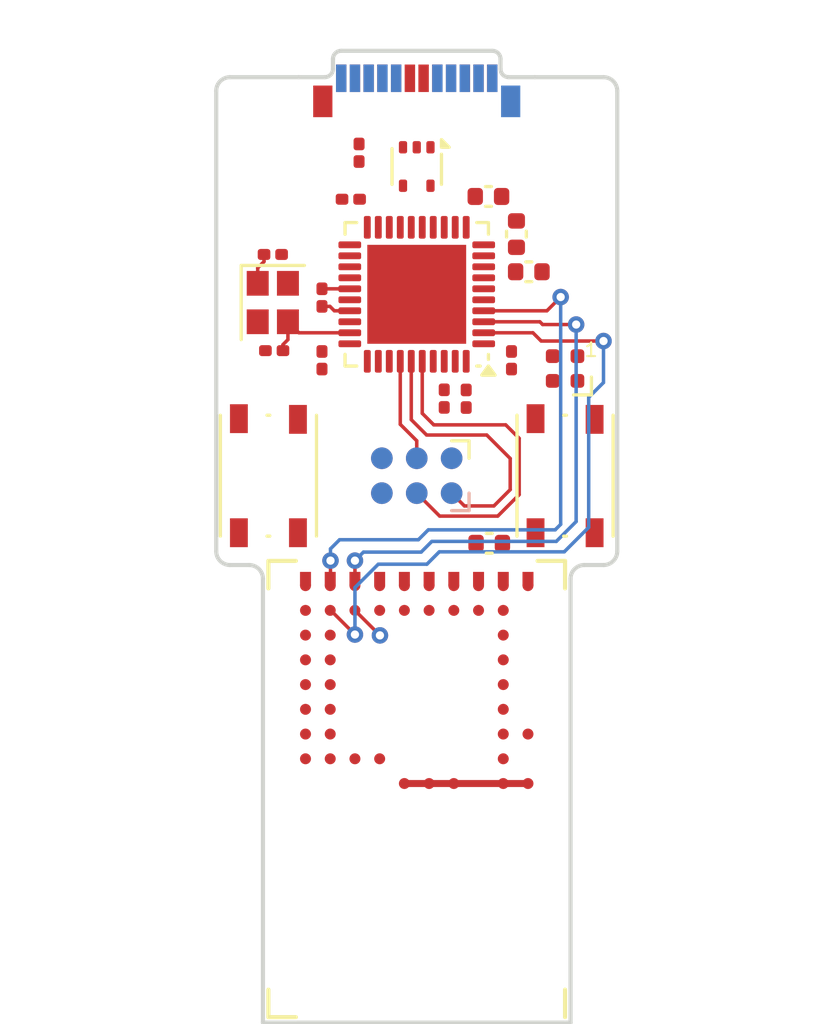
<source format=kicad_pcb>
(kicad_pcb (version 20240703) (generator "pcbnew") (generator_version "8.99")
  (layers (0 "F.Cu" signal) (1 "In1.Cu" signal) (2 "In2.Cu" signal) (3 "In3.Cu" signal) (4 "In4.Cu" signal) (31 "B.Cu" signal) (34 "B.Paste" user) (35 "F.Paste" user) (36 "B.SilkS" user "B.Silkscreen") (37 "F.SilkS" user "F.Silkscreen") (38 "B.Mask" user) (39 "F.Mask" user) (44 "Edge.Cuts" user))
  (net 0 "")
  (net 1 "GND")
  (net 2 "VDD")
  (net 14 "Net-(U2-DECUSB)")
  (net 15 "/DEC4_6")
  (net 16 "Net-(U2-DEC3)")
  (net 17 "Net-(U2-DEC1)")
  (net 18 "Net-(C17-Pad1)")
  (net 21 "Net-(U2-XC1)")
  (net 22 "Net-(U2-XC2)")
  (net 24 "Net-(J2-SWCLK)")
  (net 25 "Net-(J2-SWDIO)")
  (net 26 "Net-(J2-~{RESET})")
  (net 27 "/SPI_MISO")
  (net 28 "/SPI_SCK")
  (net 29 "/SPI_MOSI")
  (net 30 "/D-")
  (net 31 "/D+")
  (net 32 "Net-(C1-Pad1)")
  (net 33 "VBUS")
  (net 34 "/UART_TX")
  (net 35 "/UART_RX")
  (net 42 "Net-(U4-P1.04{slash}AIN0)")
  (net 52 "Net-(D2-DOUT)")
  (net 62 "Net-(P1-CC)")
  (net 63 "/TRG_~{RESET}")
  (net 64 "/TRG_SWDCLK")
  (net 65 "/TRG_SWDIO")
  (footprint "PCM_nordic-lib-kicad-nrf54-modules:BM15x-LGA-45_15.8x10mm" (layer "F.Cu") (at 170 92.9 180)
    (property "Reference" "U4" (hide yes))
    (property "Value" "BM15x")
    (fp_line (start 5.4 8.3) (end 4.4 8.3) (stroke (width 0.15)) (layer "F.SilkS"))
    (fp_line (start 5.4 7.3) (end 5.4 8.3) (stroke (width 0.15)) (layer "F.SilkS"))
    (fp_line (start 5.4 -8.3) (end 5.4 -7.3) (stroke (width 0.15)) (layer "F.SilkS"))
    (fp_line (start 4.4 -8.3) (end 5.4 -8.3) (stroke (width 0.15)) (layer "F.SilkS"))
    (fp_line (start -5.4 8.3) (end -4.4 8.3) (stroke (width 0.15)) (layer "F.SilkS"))
    (fp_line (start -5.4 7.3) (end -5.4 8.3) (stroke (width 0.15)) (layer "F.SilkS"))
    (fp_line (start -5.4 -7.3) (end -5.4 -8.3) (stroke (width 0.15)) (layer "F.SilkS"))
    (pad "A1" smd circle (at -4.05 0.2 180) (size 0.4 0.4) (layers "F.Cu" "F.Paste" "F.Mask") (net 1 "GND"))
    (pad "A3" smd circle (at -4.05 2 180) (size 0.4 0.4) (layers "F.Cu" "F.Paste" "F.Mask"))
    (pad "A9" smd circle (at -4.05 7.4 180) (size 0.4 0.4) (layers "F.Cu" "F.Paste" "F.Mask") (net 1 "GND"))
    (pad "A9" smd rect (at -4.05 7.65 180) (size 0.4 0.5) (layers "F.Cu" "F.Paste" "F.Mask") (net 1 "GND"))
    (pad "B1" smd circle (at -3.15 0.2 180) (size 0.4 0.4) (layers "F.Cu" "F.Paste" "F.Mask") (net 1 "GND"))
    (pad "B2" smd circle (at -3.15 1.1 180) (size 0.4 0.4) (layers "F.Cu" "F.Paste" "F.Mask"))
    (pad "B3" smd circle (at -3.15 2 180) (size 0.4 0.4) (layers "F.Cu" "F.Paste" "F.Mask") (net 52 "Net-(D2-DOUT)"))
    (pad "B4" smd circle (at -3.15 2.9 180) (size 0.4 0.4) (layers "F.Cu" "F.Paste" "F.Mask"))
    (pad "B5" smd circle (at -3.15 3.8 180) (size 0.4 0.4) (layers "F.Cu" "F.Paste" "F.Mask"))
    (pad "B6" smd circle (at -3.15 4.7 180) (size 0.4 0.4) (layers "F.Cu" "F.Paste" "F.Mask"))
    (pad "B7" smd circle (at -3.15 5.6 180) (size 0.4 0.4) (layers "F.Cu" "F.Paste" "F.Mask") (net 1 "GND"))
    (pad "B8" smd circle (at -3.15 6.5 180) (size 0.4 0.4) (layers "F.Cu" "F.Paste" "F.Mask") (net 32 "Net-(C1-Pad1)"))
    (pad "B9" smd circle (at -3.15 7.4 180) (size 0.4 0.4) (layers "F.Cu" "F.Paste" "F.Mask") (net 1 "GND"))
    (pad "B9" smd rect (at -3.15 7.65 180) (size 0.4 0.5) (layers "F.Cu" "F.Paste" "F.Mask") (net 1 "GND"))
    (pad "C8" smd circle (at -2.25 6.5 180) (size 0.4 0.4) (layers "F.Cu" "F.Paste" "F.Mask") (net 32 "Net-(C1-Pad1)"))
    (pad "C9" smd circle (at -2.25 7.4 180) (size 0.4 0.4) (layers "F.Cu" "F.Paste" "F.Mask"))
    (pad "C9" smd rect (at -2.25 7.65 180) (size 0.4 0.5) (layers "F.Cu" "F.Paste" "F.Mask"))
    (pad "D1" smd circle (at -1.35 0.2 180) (size 0.4 0.4) (layers "F.Cu" "F.Paste" "F.Mask") (net 1 "GND"))
    (pad "D8" smd circle (at -1.35 6.5 180) (size 0.4 0.4) (layers "F.Cu" "F.Paste" "F.Mask"))
    (pad "D9" smd circle (at -1.35 7.4 180) (size 0.4 0.4) (layers "F.Cu" "F.Paste" "F.Mask"))
    (pad "D9" smd rect (at -1.35 7.65 180) (size 0.4 0.5) (layers "F.Cu" "F.Paste" "F.Mask"))
    (pad "E1" smd circle (at -0.45 0.2 180) (size 0.4 0.4) (layers "F.Cu" "F.Paste" "F.Mask") (net 1 "GND"))
    (pad "E8" smd circle (at -0.45 6.5 180) (size 0.4 0.4) (layers "F.Cu" "F.Paste" "F.Mask"))
    (pad "E9" smd circle (at -0.45 7.4 180) (size 0.4 0.4) (layers "F.Cu" "F.Paste" "F.Mask") (net 42 "Net-(U4-P1.04{slash}AIN0)"))
    (pad "E9" smd rect (at -0.45 7.65 180) (size 0.4 0.5) (layers "F.Cu" "F.Paste" "F.Mask") (net 42 "Net-(U4-P1.04{slash}AIN0)"))
    (pad "F1" smd circle (at 0.45 0.2 180) (size 0.4 0.4) (layers "F.Cu" "F.Paste" "F.Mask") (net 1 "GND"))
    (pad "F8" smd circle (at 0.45 6.5 180) (size 0.4 0.4) (layers "F.Cu" "F.Paste" "F.Mask"))
    (pad "F9" smd circle (at 0.45 7.4 180) (size 0.4 0.4) (layers "F.Cu" "F.Paste" "F.Mask"))
    (pad "F9" smd rect (at 0.45 7.65 180) (size 0.4 0.5) (layers "F.Cu" "F.Paste" "F.Mask"))
    (pad "G2" smd circle (at 1.35 1.1 180) (size 0.4 0.4) (layers "F.Cu" "F.Paste" "F.Mask") (net 63 "/TRG_~{RESET}"))
    (pad "G8" smd circle (at 1.35 6.5 180) (size 0.4 0.4) (layers "F.Cu" "F.Paste" "F.Mask"))
    (pad "G9" smd circle (at 1.35 7.4 180) (size 0.4 0.4) (layers "F.Cu" "F.Paste" "F.Mask"))
    (pad "G9" smd rect (at 1.35 7.65 180) (size 0.4 0.5) (layers "F.Cu" "F.Paste" "F.Mask"))
    (pad "H2" smd circle (at 2.25 1.1 180) (size 0.4 0.4) (layers "F.Cu" "F.Paste" "F.Mask"))
    (pad "H8" smd circle (at 2.25 6.5 180) (size 0.4 0.4) (layers "F.Cu" "F.Paste" "F.Mask") (net 1 "GND"))
    (pad "H9" smd circle (at 2.25 7.4 180) (size 0.4 0.4) (layers "F.Cu" "F.Paste" "F.Mask") (net 27 "/SPI_MISO"))
    (pad "H9" smd rect (at 2.25 7.65 180) (size 0.4 0.5) (layers "F.Cu" "F.Paste" "F.Mask") (net 27 "/SPI_MISO"))
    (pad "J2" smd circle (at 3.15 1.1 180) (size 0.4 0.4) (layers "F.Cu" "F.Paste" "F.Mask"))
    (pad "J3" smd circle (at 3.15 2 180) (size 0.4 0.4) (layers "F.Cu" "F.Paste" "F.Mask") (net 65 "/TRG_SWDIO"))
    (pad "J4" smd circle (at 3.15 2.9 180) (size 0.4 0.4) (layers "F.Cu" "F.Paste" "F.Mask") (net 34 "/UART_TX"))
    (pad "J5" smd circle (at 3.15 3.8 180) (size 0.4 0.4) (layers "F.Cu" "F.Paste" "F.Mask"))
    (pad "J6" smd circle (at 3.15 4.7 180) (size 0.4 0.4) (layers "F.Cu" "F.Paste" "F.Mask"))
    (pad "J7" smd circle (at 3.15 5.6 180) (size 0.4 0.4) (layers "F.Cu" "F.Paste" "F.Mask"))
    (pad "J8" smd circle (at 3.15 6.5 180) (size 0.4 0.4) (layers "F.Cu" "F.Paste" "F.Mask") (net 29 "/SPI_MOSI"))
    (pad "J9" smd circle (at 3.15 7.4 180) (size 0.4 0.4) (layers "F.Cu" "F.Paste" "F.Mask") (net 28 "/SPI_SCK"))
    (pad "J9" smd rect (at 3.15 7.65 180) (size 0.4 0.5) (layers "F.Cu" "F.Paste" "F.Mask") (net 28 "/SPI_SCK"))
    (pad "K2" smd circle (at 4.05 1.1 180) (size 0.4 0.4) (layers "F.Cu" "F.Paste" "F.Mask"))
    (pad "K3" smd circle (at 4.05 2 180) (size 0.4 0.4) (layers "F.Cu" "F.Paste" "F.Mask") (net 64 "/TRG_SWDCLK"))
    (pad "K4" smd circle (at 4.05 2.9 180) (size 0.4 0.4) (layers "F.Cu" "F.Paste" "F.Mask") (net 35 "/UART_RX"))
    (pad "K5" smd circle (at 4.05 3.8 180) (size 0.4 0.4) (layers "F.Cu" "F.Paste" "F.Mask"))
    (pad "K6" smd circle (at 4.05 4.7 180) (size 0.4 0.4) (layers "F.Cu" "F.Paste" "F.Mask"))
    (pad "K7" smd circle (at 4.05 5.6 180) (size 0.4 0.4) (layers "F.Cu" "F.Paste" "F.Mask"))
    (pad "K8" smd circle (at 4.05 6.5 180) (size 0.4 0.4) (layers "F.Cu" "F.Paste" "F.Mask"))
    (pad "K9" smd circle (at 4.05 7.4 180) (size 0.4 0.4) (layers "F.Cu" "F.Paste" "F.Mask"))
    (pad "K9" smd rect (at 4.05 7.65 180) (size 0.4 0.5) (layers "F.Cu" "F.Paste" "F.Mask"))
  )
  (footprint "Connector:Tag-Connect_TC2030-IDC-NL_2x03_P1.27mm_Vertical" (layer "F.Cu") (at 170 81.5 180)
    (property "Reference" "J1" (hide yes))
    (property "Value" "Conn_ARM_SWD_TagConnect_TC2030-NL")
    (fp_line (start -1.27 1.27) (end -1.905 1.27) (stroke (width 0.12)) (layer "F.SilkS"))
    (fp_line (start -1.905 1.27) (end -1.905 0.635) (stroke (width 0.12)) (layer "F.SilkS"))
    (pad "" np_thru_hole circle (at -2.54 0 180) (size 0.9906 0.9906) (drill 0.9906) (layers "*.Cu" "*.Mask"))
    (pad "" np_thru_hole circle (at 2.54 -1.016 180) (size 0.9906 0.9906) (drill 0.9906) (layers "*.Cu" "*.Mask"))
    (pad "" np_thru_hole circle (at 2.54 1.016 180) (size 0.9906 0.9906) (drill 0.9906) (layers "*.Cu" "*.Mask"))
    (pad "1" connect circle (at -1.27 0.635 180) (size 0.7874 0.7874) (layers "F.Cu" "F.Mask") (net 2 "VDD"))
    (pad "2" connect circle (at -1.27 -0.635 180) (size 0.7874 0.7874) (layers "F.Cu" "F.Mask") (net 65 "/TRG_SWDIO"))
    (pad "3" connect circle (at 0 0.635 180) (size 0.7874 0.7874) (layers "F.Cu" "F.Mask") (net 63 "/TRG_~{RESET}"))
    (pad "4" connect circle (at 0 -0.635 180) (size 0.7874 0.7874) (layers "F.Cu" "F.Mask") (net 64 "/TRG_SWDCLK"))
    (pad "5" connect circle (at 1.27 0.635 180) (size 0.7874 0.7874) (layers "F.Cu" "F.Mask") (net 1 "GND"))
    (pad "6" connect circle (at 1.27 -0.635 180) (size 0.7874 0.7874) (layers "F.Cu" "F.Mask"))
  )
  (footprint "Capacitor_SMD:C_0201_0603Metric" (layer "F.Cu") (at 164.76 73.45 180)
    (property "Reference" "C23" (hide yes))
    (property "Value" "12pF")
    (pad "1" smd roundrect (at -0.32 0 180) (size 0.46 0.4) (layers "F.Cu" "F.Mask") (net 1 "GND"))
    (pad "2" smd roundrect (at 0.32 0 180) (size 0.46 0.4) (layers "F.Cu" "F.Mask") (net 21 "Net-(U2-XC1)"))
  )
  (footprint "Button_Switch_SMD:SW_Push_1P1T_NO_Vertical_Wuerth_434133025816" (layer "F.Cu") (at 164.6 81.5 90)
    (property "Reference" "SW2" (hide yes))
    (property "Value" "SW_Push")
    (fp_line (start 2.2 -1.75) (end -2.2 -1.75) (stroke (width 0.12)) (layer "F.SilkS"))
    (fp_line (start 2.2 0.05) (end 2.2 -0.05) (stroke (width 0.12)) (layer "F.SilkS"))
    (fp_line (start -2.2 0.05) (end -2.2 -0.05) (stroke (width 0.12)) (layer "F.SilkS"))
    (fp_line (start -2.2 1.75) (end 2.2 1.75) (stroke (width 0.12)) (layer "F.SilkS"))
    (pad "1" smd rect (at -2.075 -1.075 90) (size 1.05 0.65) (layers "F.Cu" "F.Paste" "F.Mask") (net 63 "/TRG_~{RESET}"))
    (pad "1" smd rect (at 2.075 -1.075 90) (size 1.05 0.65) (layers "F.Cu" "F.Paste" "F.Mask") (net 63 "/TRG_~{RESET}"))
    (pad "2" smd rect (at -2.075 1.075 90) (size 1.05 0.65) (layers "F.Cu" "F.Paste" "F.Mask") (net 1 "GND"))
    (pad "2" smd rect (at 2.05 1.075 90) (size 1.05 0.65) (layers "F.Cu" "F.Paste" "F.Mask") (net 1 "GND"))
  )
  (footprint "Package_TO_SOT_SMD:SOT-553" (layer "F.Cu") (at 170 70.25 -90)
    (property "Reference" "U1" (hide yes))
    (property "Value" "TPD3E001DRLR")
    (fp_line (start 0.65 0.9) (end -0.65 0.9) (stroke (width 0.12)) (layer "F.SilkS"))
    (fp_line (start 0.65 -0.9) (end -0.45 -0.9) (stroke (width 0.12)) (layer "F.SilkS"))
    (fp_poly (pts (xy -0.7 -0.9) (xy -0.98 -0.9) (xy -0.7 -1.18) (xy -0.7 -0.9)) (stroke (width 0.12)) (fill solid) (layer "F.SilkS"))
    (pad "1" smd roundrect (at -0.7 -0.5 270) (size 0.45 0.3) (layers "F.Cu" "F.Paste" "F.Mask") (net 30 "/D-"))
    (pad "2" smd roundrect (at -0.7 0 270) (size 0.45 0.3) (layers "F.Cu" "F.Paste" "F.Mask") (net 31 "/D+"))
    (pad "3" smd roundrect (at -0.7 0.5 270) (size 0.45 0.3) (layers "F.Cu" "F.Paste" "F.Mask") (net 1 "GND"))
    (pad "4" smd roundrect (at 0.7 0.5 270) (size 0.45 0.3) (layers "F.Cu" "F.Paste" "F.Mask"))
    (pad "5" smd roundrect (at 0.7 -0.5 270) (size 0.45 0.3) (layers "F.Cu" "F.Paste" "F.Mask") (net 33 "VBUS"))
  )
  (footprint "Capacitor_SMD:C_0201_0603Metric" (layer "F.Cu") (at 166.55 75.02 90)
    (property "Reference" "C15" (hide yes))
    (property "Value" "100pF")
    (pad "1" smd roundrect (at -0.32 0 90) (size 0.46 0.4) (layers "F.Cu" "F.Mask") (net 16 "Net-(U2-DEC3)"))
    (pad "2" smd roundrect (at 0.32 0 90) (size 0.46 0.4) (layers "F.Cu" "F.Mask") (net 1 "GND"))
  )
  (footprint "Resistor_SMD:R_0201_0603Metric" (layer "F.Cu") (at 167.9 69.75 -90)
    (property "Reference" "R1" (hide yes))
    (property "Value" "5.1kR")
    (pad "1" smd roundrect (at -0.32 0 270) (size 0.46 0.4) (layers "F.Cu" "F.Mask") (net 62 "Net-(P1-CC)"))
    (pad "2" smd roundrect (at 0.32 0 270) (size 0.46 0.4) (layers "F.Cu" "F.Mask") (net 1 "GND"))
  )
  (footprint "Capacitor_SMD:C_0402_1005Metric" (layer "F.Cu") (at 173.63 72.71 90)
    (property "Reference" "C12" (hide yes))
    (property "Value" "4.7uF")
    (fp_line (start -0.107836 -0.36) (end 0.107836 -0.36) (stroke (width 0.12)) (layer "F.SilkS"))
    (fp_line (start -0.107836 0.36) (end 0.107836 0.36) (stroke (width 0.12)) (layer "F.SilkS"))
    (pad "1" smd roundrect (at -0.48 0 90) (size 0.56 0.62) (layers "F.Cu" "F.Paste" "F.Mask") (net 33 "VBUS"))
    (pad "2" smd roundrect (at 0.48 0 90) (size 0.56 0.62) (layers "F.Cu" "F.Paste" "F.Mask") (net 1 "GND"))
  )
  (footprint "Capacitor_SMD:C_0201_0603Metric" (layer "F.Cu") (at 166.55 77.3 -90)
    (property "Reference" "C20" (hide yes))
    (property "Value" "100nF")
    (pad "1" smd roundrect (at -0.32 0 270) (size 0.46 0.4) (layers "F.Cu" "F.Mask") (net 18 "Net-(C17-Pad1)"))
    (pad "2" smd roundrect (at 0.32 0 270) (size 0.46 0.4) (layers "F.Cu" "F.Mask") (net 1 "GND"))
  )
  (footprint "Button_Switch_SMD:SW_Push_1P1T_NO_Vertical_Wuerth_434133025816" (layer "F.Cu") (at 175.4 81.5 90)
    (property "Reference" "SW1" (hide yes))
    (property "Value" "SW_Push")
    (fp_line (start 2.2 -1.75) (end -2.2 -1.75) (stroke (width 0.12)) (layer "F.SilkS"))
    (fp_line (start 2.2 0.05) (end 2.2 -0.05) (stroke (width 0.12)) (layer "F.SilkS"))
    (fp_line (start -2.2 0.05) (end -2.2 -0.05) (stroke (width 0.12)) (layer "F.SilkS"))
    (fp_line (start -2.2 1.75) (end 2.2 1.75) (stroke (width 0.12)) (layer "F.SilkS"))
    (pad "1" smd rect (at -2.075 -1.075 90) (size 1.05 0.65) (layers "F.Cu" "F.Paste" "F.Mask") (net 1 "GND"))
    (pad "1" smd rect (at 2.075 -1.075 90) (size 1.05 0.65) (layers "F.Cu" "F.Paste" "F.Mask") (net 1 "GND"))
    (pad "2" smd rect (at -2.075 1.075 90) (size 1.05 0.65) (layers "F.Cu" "F.Paste" "F.Mask") (net 42 "Net-(U4-P1.04{slash}AIN0)"))
    (pad "2" smd rect (at 2.05 1.075 90) (size 1.05 0.65) (layers "F.Cu" "F.Paste" "F.Mask") (net 42 "Net-(U4-P1.04{slash}AIN0)"))
  )
  (footprint "Capacitor_SMD:C_0201_0603Metric" (layer "F.Cu") (at 164.81 76.95)
    (property "Reference" "C24" (hide yes))
    (property "Value" "100pF")
    (pad "1" smd roundrect (at -0.32 0) (size 0.46 0.4) (layers "F.Cu" "F.Mask") (net 1 "GND"))
    (pad "2" smd roundrect (at 0.32 0) (size 0.46 0.4) (layers "F.Cu" "F.Mask") (net 22 "Net-(U2-XC2)"))
  )
  (footprint "Capacitor_SMD:C_0201_0603Metric" (layer "F.Cu") (at 171.8 78.7 -90)
    (property "Reference" "C18" (hide yes))
    (property "Value" "1uF")
    (pad "1" smd roundrect (at -0.32 0 270) (size 0.46 0.4) (layers "F.Cu" "F.Mask") (net 18 "Net-(C17-Pad1)"))
    (pad "2" smd roundrect (at 0.32 0 270) (size 0.46 0.4) (layers "F.Cu" "F.Mask") (net 1 "GND"))
  )
  (footprint "Connector_USB:USB_C_Plug_Molex_105444" (layer "F.Cu") (at 170 67)
    (property "Reference" "P1" (hide yes))
    (property "Value" "USB_C_Plug_USB2.0")
    (pad "A1" smd rect (at -2.75 0.04) (size 0.38 1) (layers "F.Cu" "F.Paste" "F.Mask") (net 1 "GND"))
    (pad "A2" smd rect (at -2.25 0.04) (size 0.38 1) (layers "F.Cu" "F.Paste" "F.Mask"))
    (pad "A3" smd rect (at -1.75 0.04) (size 0.38 1) (layers "F.Cu" "F.Paste" "F.Mask"))
    (pad "A4" smd rect (at -1.25 0.04) (size 0.38 1) (layers "F.Cu" "F.Paste" "F.Mask") (net 33 "VBUS"))
    (pad "A5" smd rect (at -0.75 0.04) (size 0.38 1) (layers "F.Cu" "F.Paste" "F.Mask") (net 62 "Net-(P1-CC)"))
    (pad "A6" smd rect (at -0.25 0.04) (size 0.38 1) (layers "F.Cu" "F.Paste" "F.Mask") (net 31 "/D+"))
    (pad "A7" smd rect (at 0.25 0.04) (size 0.38 1) (layers "F.Cu" "F.Paste" "F.Mask") (net 30 "/D-"))
    (pad "A8" smd rect (at 0.75 0.04) (size 0.38 1) (layers "F.Cu" "F.Paste" "F.Mask"))
    (pad "A9" smd rect (at 1.25 0.04) (size 0.38 1) (layers "F.Cu" "F.Paste" "F.Mask") (net 33 "VBUS"))
    (pad "A10" smd rect (at 1.75 0.04) (size 0.38 1) (layers "F.Cu" "F.Paste" "F.Mask"))
    (pad "A11" smd rect (at 2.25 0.04) (size 0.38 1) (layers "F.Cu" "F.Paste" "F.Mask"))
    (pad "A12" smd rect (at 2.75 0.04) (size 0.38 1) (layers "F.Cu" "F.Paste" "F.Mask") (net 1 "GND"))
    (pad "B1" smd rect (at 2.75 0.04) (size 0.38 1) (layers "B.Cu" "B.Paste" "B.Mask") (net 1 "GND"))
    (pad "B2" smd rect (at 2.25 0.04) (size 0.38 1) (layers "B.Cu" "B.Paste" "B.Mask"))
    (pad "B3" smd rect (at 1.75 0.04) (size 0.38 1) (layers "B.Cu" "B.Paste" "B.Mask"))
    (pad "B4" smd rect (at 1.25 0.04) (size 0.38 1) (layers "B.Cu" "B.Paste" "B.Mask") (net 33 "VBUS"))
    (pad "B5" smd rect (at 0.75 0.04) (size 0.38 1) (layers "B.Cu" "B.Paste" "B.Mask"))
    (pad "B8" smd rect (at -0.75 0.04) (size 0.38 1) (layers "B.Cu" "B.Paste" "B.Mask"))
    (pad "B9" smd rect (at -1.25 0.04) (size 0.38 1) (layers "B.Cu" "B.Paste" "B.Mask") (net 33 "VBUS"))
    (pad "B10" smd rect (at -1.75 0.04) (size 0.38 1) (layers "B.Cu" "B.Paste" "B.Mask"))
    (pad "B11" smd rect (at -2.25 0.04) (size 0.38 1) (layers "B.Cu" "B.Paste" "B.Mask"))
    (pad "B12" smd rect (at -2.75 0.04) (size 0.38 1) (layers "B.Cu" "B.Paste" "B.Mask") (net 1 "GND"))
    (pad "S1" smd rect (at -3.42 0.88) (size 0.7 1.15) (layers "F.Cu" "F.Paste" "F.Mask") (net 1 "GND"))
    (pad "S1" smd rect (at 3.42 0.88) (size 0.7 1.15) (layers "B.Cu" "B.Paste" "B.Mask") (net 1 "GND"))
  )
  (footprint "Capacitor_SMD:C_0201_0603Metric" (layer "F.Cu") (at 171 78.695 -90)
    (property "Reference" "C14" (hide yes))
    (property "Value" "1uF")
    (pad "1" smd roundrect (at -0.32 0 270) (size 0.46 0.4) (layers "F.Cu" "F.Mask") (net 15 "/DEC4_6"))
    (pad "2" smd roundrect (at 0.32 0 270) (size 0.46 0.4) (layers "F.Cu" "F.Mask") (net 1 "GND"))
  )
  (footprint "Crystal:Crystal_SMD_2016-4Pin_2.0x1.6mm" (layer "F.Cu") (at 164.76 75.2 -90)
    (property "Reference" "Y3" (hide yes))
    (property "Value" "32MHz")
    (fp_line (start -1.35 1.15) (end 1.35 1.15) (stroke (width 0.12)) (layer "F.SilkS"))
    (fp_line (start -1.35 -1.15) (end -1.35 1.15) (stroke (width 0.12)) (layer "F.SilkS"))
    (pad "1" smd rect (at -0.7 0.55 270) (size 0.9 0.8) (layers "F.Cu" "F.Paste" "F.Mask") (net 21 "Net-(U2-XC1)"))
    (pad "2" smd rect (at 0.7 0.55 270) (size 0.9 0.8) (layers "F.Cu" "F.Paste" "F.Mask") (net 1 "GND"))
    (pad "3" smd rect (at 0.7 -0.55 270) (size 0.9 0.8) (layers "F.Cu" "F.Paste" "F.Mask") (net 22 "Net-(U2-XC2)"))
    (pad "4" smd rect (at -0.7 -0.55 270) (size 0.9 0.8) (layers "F.Cu" "F.Paste" "F.Mask") (net 1 "GND"))
  )
  (footprint "Capacitor_SMD:C_0402_1005Metric" (layer "F.Cu") (at 172.64 83.96)
    (property "Reference" "C1" (hide yes))
    (property "Value" "4.7uF")
    (fp_line (start -0.107836 -0.36) (end 0.107836 -0.36) (stroke (width 0.12)) (layer "F.SilkS"))
    (fp_line (start -0.107836 0.36) (end 0.107836 0.36) (stroke (width 0.12)) (layer "F.SilkS"))
    (pad "1" smd roundrect (at -0.48 0) (size 0.56 0.62) (layers "F.Cu" "F.Paste" "F.Mask") (net 32 "Net-(C1-Pad1)"))
    (pad "2" smd roundrect (at 0.48 0) (size 0.56 0.62) (layers "F.Cu" "F.Paste" "F.Mask") (net 1 "GND"))
  )
  (footprint "Capacitor_SMD:C_0201_0603Metric" (layer "F.Cu") (at 167.6 71.44 180)
    (property "Reference" "C19" (hide yes))
    (property "Value" "100nF")
    (pad "1" smd roundrect (at -0.32 0 180) (size 0.46 0.4) (layers "F.Cu" "F.Mask") (net 18 "Net-(C17-Pad1)"))
    (pad "2" smd roundrect (at 0.32 0 180) (size 0.46 0.4) (layers "F.Cu" "F.Mask") (net 1 "GND"))
  )
  (footprint "Capacitor_SMD:C_0201_0603Metric" (layer "F.Cu") (at 173.45 77.3 -90)
    (property "Reference" "C16" (hide yes))
    (property "Value" "100nF")
    (pad "1" smd roundrect (at -0.32 0 270) (size 0.46 0.4) (layers "F.Cu" "F.Mask") (net 17 "Net-(U2-DEC1)"))
    (pad "2" smd roundrect (at 0.32 0 270) (size 0.46 0.4) (layers "F.Cu" "F.Mask") (net 1 "GND"))
  )
  (footprint "Capacitor_SMD:C_0402_1005Metric" (layer "F.Cu") (at 172.61 71.34)
    (property "Reference" "C13" (hide yes))
    (property "Value" "4.7uF")
    (fp_line (start -0.107836 -0.36) (end 0.107836 -0.36) (stroke (width 0.12)) (layer "F.SilkS"))
    (fp_line (start -0.107836 0.36) (end 0.107836 0.36) (stroke (width 0.12)) (layer "F.SilkS"))
    (pad "1" smd roundrect (at -0.48 0) (size 0.56 0.62) (layers "F.Cu" "F.Paste" "F.Mask") (net 14 "Net-(U2-DECUSB)"))
    (pad "2" smd roundrect (at 0.48 0) (size 0.56 0.62) (layers "F.Cu" "F.Paste" "F.Mask") (net 1 "GND"))
  )
  (footprint "Capacitor_SMD:C_0402_1005Metric" (layer "F.Cu") (at 174.08 74.08 180)
    (property "Reference" "C17" (hide yes))
    (property "Value" "4.7uF")
    (fp_line (start -0.107836 0.36) (end 0.107836 0.36) (stroke (width 0.12)) (layer "F.SilkS"))
    (fp_line (start -0.107836 -0.36) (end 0.107836 -0.36) (stroke (width 0.12)) (layer "F.SilkS"))
    (pad "1" smd roundrect (at -0.48 0 180) (size 0.56 0.62) (layers "F.Cu" "F.Paste" "F.Mask") (net 18 "Net-(C17-Pad1)"))
    (pad "2" smd roundrect (at 0.48 0 180) (size 0.56 0.62) (layers "F.Cu" "F.Paste" "F.Mask") (net 1 "GND"))
  )
  (footprint "Package_DFN_QFN:QFN-40-1EP_5x5mm_P0.4mm_EP3.6x3.6mm" (layer "F.Cu") (at 170 74.9 180)
    (property "Reference" "U2" (hide yes))
    (property "Value" "nRF52833-QDXX")
    (fp_line (start 2.61 2.61) (end 2.61 2.185) (stroke (width 0.12)) (layer "F.SilkS"))
    (fp_line (start 2.61 -2.61) (end 2.61 -2.185) (stroke (width 0.12)) (layer "F.SilkS"))
    (fp_line (start 2.185 2.61) (end 2.61 2.61) (stroke (width 0.12)) (layer "F.SilkS"))
    (fp_line (start 2.185 -2.61) (end 2.61 -2.61) (stroke (width 0.12)) (layer "F.SilkS"))
    (fp_line (start -2.185 2.61) (end -2.61 2.61) (stroke (width 0.12)) (layer "F.SilkS"))
    (fp_line (start -2.185 -2.61) (end -2.31 -2.61) (stroke (width 0.12)) (layer "F.SilkS"))
    (fp_line (start -2.61 2.61) (end -2.61 2.185) (stroke (width 0.12)) (layer "F.SilkS"))
    (fp_line (start -2.61 -2.185) (end -2.61 -2.37) (stroke (width 0.12)) (layer "F.SilkS"))
    (fp_poly (pts (xy -2.61 -2.61) (xy -2.85 -2.94) (xy -2.37 -2.94) (xy -2.61 -2.61)) (stroke (width 0.12)) (fill solid) (layer "F.SilkS"))
    (pad "1" smd roundrect (at -2.4375 -1.8 180) (size 0.825 0.25) (layers "F.Cu" "F.Paste" "F.Mask") (net 17 "Net-(U2-DEC1)"))
    (pad "2" smd roundrect (at -2.4375 -1.4 180) (size 0.825 0.25) (layers "F.Cu" "F.Paste" "F.Mask") (net 29 "/SPI_MOSI"))
    (pad "3" smd roundrect (at -2.4375 -1 180) (size 0.825 0.25) (layers "F.Cu" "F.Paste" "F.Mask") (net 27 "/SPI_MISO"))
    (pad "4" smd roundrect (at -2.4375 -0.6 180) (size 0.825 0.25) (layers "F.Cu" "F.Paste" "F.Mask") (net 28 "/SPI_SCK"))
    (pad "5" smd roundrect (at -2.4375 -0.2 180) (size 0.825 0.25) (layers "F.Cu" "F.Paste" "F.Mask"))
    (pad "6" smd roundrect (at -2.4375 0.2 180) (size 0.825 0.25) (layers "F.Cu" "F.Paste" "F.Mask"))
    (pad "7" smd roundrect (at -2.4375 0.6 180) (size 0.825 0.25) (layers "F.Cu" "F.Paste" "F.Mask"))
    (pad "8" smd roundrect (at -2.4375 1 180) (size 0.825 0.25) (layers "F.Cu" "F.Paste" "F.Mask") (net 18 "Net-(C17-Pad1)"))
    (pad "9" smd roundrect (at -2.4375 1.4 180) (size 0.825 0.25) (layers "F.Cu" "F.Paste" "F.Mask") (net 33 "VBUS"))
    (pad "10" smd roundrect (at -2.4375 1.8 180) (size 0.825 0.25) (layers "F.Cu" "F.Paste" "F.Mask") (net 33 "VBUS"))
    (pad "11" smd roundrect (at -1.8 2.4375 180) (size 0.25 0.825) (layers "F.Cu" "F.Paste" "F.Mask") (net 14 "Net-(U2-DECUSB)"))
    (pad "12" smd roundrect (at -1.4 2.4375 180) (size 0.25 0.825) (layers "F.Cu" "F.Paste" "F.Mask") (net 30 "/D-"))
    (pad "13" smd roundrect (at -1 2.4375 180) (size 0.25 0.825) (layers "F.Cu" "F.Paste" "F.Mask") (net 31 "/D+"))
    (pad "14" smd roundrect (at -0.6 2.4375 180) (size 0.25 0.825) (layers "F.Cu" "F.Paste" "F.Mask"))
    (pad "15" smd roundrect (at -0.2 2.4375 180) (size 0.25 0.825) (layers "F.Cu" "F.Paste" "F.Mask"))
    (pad "16" smd roundrect (at 0.2 2.4375 180) (size 0.25 0.825) (layers "F.Cu" "F.Paste" "F.Mask") (net 26 "Net-(J2-~{RESET})"))
    (pad "17" smd roundrect (at 0.6 2.4375 180) (size 0.25 0.825) (layers "F.Cu" "F.Paste" "F.Mask"))
    (pad "18" smd roundrect (at 1 2.4375 180) (size 0.25 0.825) (layers "F.Cu" "F.Paste" "F.Mask") (net 18 "Net-(C17-Pad1)"))
    (pad "19" smd roundrect (at 1.4 2.4375 180) (size 0.25 0.825) (layers "F.Cu" "F.Paste" "F.Mask") (net 25 "Net-(J2-SWDIO)"))
    (pad "20" smd roundrect (at 1.8 2.4375 180) (size 0.25 0.825) (layers "F.Cu" "F.Paste" "F.Mask") (net 24 "Net-(J2-SWCLK)"))
    (pad "21" smd roundrect (at 2.4375 1.8 180) (size 0.825 0.25) (layers "F.Cu" "F.Paste" "F.Mask"))
    (pad "22" smd roundrect (at 2.4375 1.4 180) (size 0.825 0.25) (layers "F.Cu" "F.Paste" "F.Mask"))
    (pad "23" smd roundrect (at 2.4375 1 180) (size 0.825 0.25) (layers "F.Cu" "F.Paste" "F.Mask"))
    (pad "24" smd roundrect (at 2.4375 0.6 180) (size 0.825 0.25) (layers "F.Cu" "F.Paste" "F.Mask"))
    (pad "25" smd roundrect (at 2.4375 0.2 180) (size 0.825 0.25) (layers "F.Cu" "F.Paste" "F.Mask") (net 1 "GND"))
    (pad "26" smd roundrect (at 2.4375 -0.2 180) (size 0.825 0.25) (layers "F.Cu" "F.Paste" "F.Mask") (net 15 "/DEC4_6"))
    (pad "27" smd roundrect (at 2.4375 -0.6 180) (size 0.825 0.25) (layers "F.Cu" "F.Paste" "F.Mask") (net 16 "Net-(U2-DEC3)"))
    (pad "28" smd roundrect (at 2.4375 -1 180) (size 0.825 0.25) (layers "F.Cu" "F.Paste" "F.Mask") (net 21 "Net-(U2-XC1)"))
    (pad "29" smd roundrect (at 2.4375 -1.4 180) (size 0.825 0.25) (layers "F.Cu" "F.Paste" "F.Mask") (net 22 "Net-(U2-XC2)"))
    (pad "30" smd roundrect (at 2.4375 -1.8 180) (size 0.825 0.25) (layers "F.Cu" "F.Paste" "F.Mask") (net 18 "Net-(C17-Pad1)"))
    (pad "31" smd roundrect (at 1.8 -2.4375 180) (size 0.25 0.825) (layers "F.Cu" "F.Paste" "F.Mask"))
    (pad "32" smd roundrect (at 1.4 -2.4375 180) (size 0.25 0.825) (layers "F.Cu" "F.Paste" "F.Mask") (net 35 "/UART_RX"))
    (pad "33" smd roundrect (at 1 -2.4375 180) (size 0.25 0.825) (layers "F.Cu" "F.Paste" "F.Mask") (net 34 "/UART_TX"))
    (pad "34" smd roundrect (at 0.6 -2.4375 180) (size 0.25 0.825) (layers "F.Cu" "F.Paste" "F.Mask") (net 63 "/TRG_~{RESET}"))
    (pad "35" smd roundrect (at 0.2 -2.4375 180) (size 0.25 0.825) (layers "F.Cu" "F.Paste" "F.Mask") (net 65 "/TRG_SWDIO"))
    (pad "36" smd roundrect (at -0.2 -2.4375 180) (size 0.25 0.825) (layers "F.Cu" "F.Paste" "F.Mask") (net 64 "/TRG_SWDCLK"))
    (pad "37" smd roundrect (at -0.6 -2.4375 180) (size 0.25 0.825) (layers "F.Cu" "F.Paste" "F.Mask") (net 1 "GND"))
    (pad "38" smd roundrect (at -1 -2.4375 180) (size 0.25 0.825) (layers "F.Cu" "F.Paste" "F.Mask") (net 15 "/DEC4_6"))
    (pad "39" smd roundrect (at -1.4 -2.4375 180) (size 0.25 0.825) (layers "F.Cu" "F.Paste" "F.Mask"))
    (pad "40" smd roundrect (at -1.8 -2.4375 180) (size 0.25 0.825) (layers "F.Cu" "F.Paste" "F.Mask") (net 18 "Net-(C17-Pad1)"))
    (pad "41" smd rect (at 0 0 180) (size 3.6 3.6) (property pad_prop_heatsink) (layers "F.Cu" "F.Mask"))
  )
  (footprint "LED_SMD:LED_SK6812_EC15_1.5x1.5mm" (layer "F.Cu") (at 175.4 77.6 180)
    (property "Reference" "D2" (hide yes))
    (property "Value" "SK6812MINI")
    (fp_line (start -0.31 -0.96) (end -0.96 -0.96) (stroke (width 0.12)) (layer "F.SilkS"))
    (fp_line (start -0.96 -0.96) (end -0.96 -0.31) (stroke (width 0.12)) (layer "F.SilkS"))
    (fp_text user "1" (at -0.95 0.68 0) (layer "F.SilkS") (effects (font (size 0.5 0.5) (thickness 0.075))))
    (pad "1" smd roundrect (at -0.45 0.45 270) (size 0.5 0.5) (layers "F.Cu" "F.Paste" "F.Mask"))
    (pad "2" smd roundrect (at 0.45 0.45 270) (size 0.5 0.5) (layers "F.Cu" "F.Paste" "F.Mask") (net 33 "VBUS"))
    (pad "3" smd roundrect (at 0.45 -0.45 270) (size 0.5 0.5) (layers "F.Cu" "F.Paste" "F.Mask") (net 52 "Net-(D2-DOUT)"))
    (pad "4" smd roundrect (at -0.45 -0.45 270) (size 0.5 0.5) (layers "F.Cu" "F.Paste" "F.Mask") (net 1 "GND"))
  )
  (footprint "Connector:Tag-Connect_TC2030-IDC-NL_2x03_P1.27mm_Vertical" (layer "B.Cu") (at 170 81.5 180)
    (property "Reference" "J2" (hide yes))
    (property "Value" "Conn_ARM_SWD_TagConnect_TC2030-NL")
    (fp_line (start -1.905 -0.635) (end -1.905 -1.27) (stroke (width 0.12)) (layer "B.SilkS"))
    (fp_line (start -1.905 -1.27) (end -1.27 -1.27) (stroke (width 0.12)) (layer "B.SilkS"))
    (pad "" np_thru_hole circle (at -2.54 0 180) (size 0.9906 0.9906) (drill 0.9906) (layers "F&B.Cu" "*.Mask"))
    (pad "" np_thru_hole circle (at 2.54 -1.016 180) (size 0.9906 0.9906) (drill 0.9906) (layers "F&B.Cu" "*.Mask"))
    (pad "" np_thru_hole circle (at 2.54 1.016 180) (size 0.9906 0.9906) (drill 0.9906) (layers "F&B.Cu" "*.Mask"))
    (pad "1" connect circle (at -1.27 -0.635 180) (size 0.7874 0.7874) (layers "B.Cu" "B.Mask") (net 2 "VDD"))
    (pad "2" connect circle (at -1.27 0.635 180) (size 0.7874 0.7874) (layers "B.Cu" "B.Mask") (net 25 "Net-(J2-SWDIO)"))
    (pad "3" connect circle (at 0 -0.635 180) (size 0.7874 0.7874) (layers "B.Cu" "B.Mask") (net 26 "Net-(J2-~{RESET})"))
    (pad "4" connect circle (at 0 0.635 180) (size 0.7874 0.7874) (layers "B.Cu" "B.Mask") (net 24 "Net-(J2-SWCLK)"))
    (pad "5" connect circle (at 1.27 -0.635 180) (size 0.7874 0.7874) (layers "B.Cu" "B.Mask") (net 1 "GND"))
    (pad "6" connect circle (at 1.27 0.635 180) (size 0.7874 0.7874) (layers "B.Cu" "B.Mask"))
  )
  (gr_line (start 166.95 66.34) (end 166.95 66.7) (stroke (width 0.15)) (layer "Edge.Cuts"))
  (gr_arc (start 177.3 84.25) (mid 177.153553 84.603553) (end 176.8 84.75) (stroke (width 0.15)) (layer "Edge.Cuts"))
  (gr_line (start 163.2 67) (end 165.7 67) (stroke (width 0.15)) (layer "Edge.Cuts"))
  (gr_line (start 172.75 66.04) (end 167.25 66.04) (stroke (width 0.15)) (layer "Edge.Cuts"))
  (gr_arc (start 173.35 67) (mid 173.137868 66.912132) (end 173.05 66.7) (stroke (width 0.15)) (layer "Edge.Cuts"))
  (gr_line (start 173.05 66.7) (end 173.05 66.34) (stroke (width 0.15)) (layer "Edge.Cuts"))
  (gr_line (start 162.7 67.5) (end 162.7 84.25) (stroke (width 0.15)) (layer "Edge.Cuts"))
  (gr_line (start 164.4 101.4) (end 175.6 101.4) (stroke (width 0.15)) (layer "Edge.Cuts"))
  (gr_line (start 164.4 85.25) (end 164.4 101.4) (stroke (width 0.15)) (layer "Edge.Cuts"))
  (gr_line (start 173.35 67) (end 174.3 67) (stroke (width 0.15)) (layer "Edge.Cuts"))
  (gr_line (start 176.8 84.75) (end 176.1 84.75) (stroke (width 0.15)) (layer "Edge.Cuts"))
  (gr_arc (start 175.6 85.25) (mid 175.746447 84.896447) (end 176.1 84.75) (stroke (width 0.15)) (layer "Edge.Cuts"))
  (gr_arc (start 163.9 84.75) (mid 164.253553 84.896447) (end 164.4 85.25) (stroke (width 0.15)) (layer "Edge.Cuts"))
  (gr_arc (start 176.8 67) (mid 177.153553 67.146447) (end 177.3 67.5) (stroke (width 0.15)) (layer "Edge.Cuts"))
  (gr_arc (start 166.95 66.34) (mid 167.037868 66.127868) (end 167.25 66.04) (stroke (width 0.15)) (layer "Edge.Cuts"))
  (gr_arc (start 162.7 67.5) (mid 162.846447 67.146447) (end 163.2 67) (stroke (width 0.15)) (layer "Edge.Cuts"))
  (gr_arc (start 166.95 66.7) (mid 166.862132 66.912132) (end 166.65 67) (stroke (width 0.15)) (layer "Edge.Cuts"))
  (gr_line (start 166.65 67) (end 165.7 67) (stroke (width 0.15)) (layer "Edge.Cuts"))
  (gr_line (start 177.3 84.25) (end 177.3 67.5) (stroke (width 0.15)) (layer "Edge.Cuts"))
  (gr_line (start 174.3 67) (end 176.8 67) (stroke (width 0.15)) (layer "Edge.Cuts"))
  (gr_arc (start 163.2 84.75) (mid 162.846447 84.603553) (end 162.7 84.25) (stroke (width 0.15)) (layer "Edge.Cuts"))
  (gr_arc (start 172.75 66.04) (mid 172.962132 66.127868) (end 173.05 66.34) (stroke (width 0.15)) (layer "Edge.Cuts"))
  (gr_line (start 163.9 84.75) (end 163.2 84.75) (stroke (width 0.15)) (layer "Edge.Cuts"))
  (gr_line (start 175.6 85.25) (end 175.6 101.4) (stroke (width 0.15)) (layer "Edge.Cuts"))
  (segment (start 167.75 86.4) (end 168.66 87.31) (width 0.127) (layer "F.Cu") (net 1))
  (segment (start 174.05 92.7) (end 169.55 92.7) (width 0.254) (layer "F.Cu") (net 1))
  (segment (start 167.5625 74.7) (end 166.55 74.7) (width 0.127) (layer "F.Cu") (net 1))
  (via (at 168.66 87.31) (size 0.6) (drill 0.3) (layers "F.Cu" "B.Cu") (net 1))
  (segment (start 167 75.5) (end 167.5625 75.5) (width 0.127) (layer "F.Cu") (net 16))
  (segment (start 166.55 75.34) (end 166.84 75.34) (width 0.127) (layer "F.Cu") (net 16))
  (segment (start 166.84 75.34) (end 167 75.5) (width 0.127) (layer "F.Cu") (net 16))
  (segment (start 164.21 74.5) (end 164.21 73.94) (width 0.127) (layer "F.Cu") (net 21))
  (segment (start 164.21 73.94) (end 164.44 73.71) (width 0.127) (layer "F.Cu") (net 21))
  (segment (start 164.44 73.71) (end 164.44 73.45) (width 0.127) (layer "F.Cu") (net 21))
  (segment (start 165.13 76.73) (end 165.13 76.95) (width 0.127) (layer "F.Cu") (net 22))
  (segment (start 165.31 76.55) (end 165.13 76.73) (width 0.127) (layer "F.Cu") (net 22))
  (segment (start 165.31 75.9) (end 165.31 76.55) (width 0.127) (layer "F.Cu") (net 22))
  (segment (start 165.71 76.3) (end 165.31 75.9) (width 0.127) (layer "F.Cu") (net 22))
  (segment (start 167.5625 76.3) (end 165.71 76.3) (width 0.127) (layer "F.Cu") (net 22))
  (segment (start 167.75 84.59) (end 167.75 85.25) (width 0.127) (layer "F.Cu") (net 27))
  (segment (start 175.8035 76) (end 174.58309 76) (width 0.127) (layer "F.Cu") (net 27))
  (segment (start 174.58309 76) (end 174.48309 75.9) (width 0.127) (layer "F.Cu") (net 27))
  (segment (start 174.48309 75.9) (end 172.4375 75.9) (width 0.127) (layer "F.Cu") (net 27))
  (via (at 167.75 84.59) (size 0.6) (drill 0.3) (layers "F.Cu" "B.Cu") (net 27))
  (via (at 175.8035 76) (size 0.6) (drill 0.3) (layers "F.Cu" "B.Cu") (net 27))
  (segment (start 175.8035 83.168948) (end 175.082448 83.89) (width 0.127) (layer "B.Cu") (net 27))
  (segment (start 175.8035 76) (end 175.8035 83.168948) (width 0.127) (layer "B.Cu") (net 27))
  (segment (start 170.55 83.89) (end 170.16 84.28) (width 0.127) (layer "B.Cu") (net 27))
  (segment (start 170.16 84.28) (end 168.06 84.28) (width 0.127) (layer "B.Cu") (net 27))
  (segment (start 168.06 84.28) (end 167.75 84.59) (width 0.127) (layer "B.Cu") (net 27))
  (segment (start 175.082448 83.89) (end 170.55 83.89) (width 0.127) (layer "B.Cu") (net 27))
  (segment (start 174.74 75.5) (end 172.4375 75.5) (width 0.127) (layer "F.Cu") (net 28))
  (segment (start 166.86 84.59) (end 166.86 85.24) (width 0.127) (layer "F.Cu") (net 28))
  (segment (start 166.86 85.24) (end 166.85 85.25) (width 0.127) (layer "F.Cu") (net 28))
  (segment (start 175.24 75) (end 174.74 75.5) (width 0.127) (layer "F.Cu") (net 28))
  (via (at 175.24 75) (size 0.6) (drill 0.3) (layers "F.Cu" "B.Cu") (net 28))
  (via (at 166.86 84.59) (size 0.6) (drill 0.3) (layers "F.Cu" "B.Cu") (net 28))
  (segment (start 175.24 75) (end 175.24 83.27) (width 0.127) (layer "B.Cu") (net 28))
  (segment (start 170.06 83.83) (end 167.19 83.83) (width 0.127) (layer "B.Cu") (net 28))
  (segment (start 170.42 83.47) (end 170.06 83.83) (width 0.127) (layer "B.Cu") (net 28))
  (segment (start 175.24 83.27) (end 175.04 83.47) (width 0.127) (layer "B.Cu") (net 28))
  (segment (start 175.04 83.47) (end 170.42 83.47) (width 0.127) (layer "B.Cu") (net 28))
  (segment (start 167.19 83.83) (end 166.86 84.16) (width 0.127) (layer "B.Cu") (net 28))
  (segment (start 166.86 84.16) (end 166.86 84.59) (width 0.127) (layer "B.Cu") (net 28))
  (segment (start 176.8 76.6) (end 174.53 76.6) (width 0.127) (layer "F.Cu") (net 29))
  (segment (start 166.85 86.4) (end 166.87 86.4) (width 0.127) (layer "F.Cu") (net 29))
  (segment (start 174.53 76.6) (end 174.23 76.3) (width 0.127) (layer "F.Cu") (net 29))
  (segment (start 174.23 76.3) (end 172.4375 76.3) (width 0.127) (layer "F.Cu") (net 29))
  (segment (start 166.87 86.4) (end 167.75 87.28) (width 0.127) (layer "F.Cu") (net 29))
  (via (at 167.75 87.28) (size 0.6) (drill 0.3) (layers "F.Cu" "B.Cu") (net 29))
  (via (at 176.8 76.6) (size 0.6) (drill 0.3) (layers "F.Cu" "B.Cu") (net 29))
  (segment (start 168.6 84.72) (end 167.75 85.57) (width 0.127) (layer "B.Cu") (net 29))
  (segment (start 167.75 85.57) (end 167.75 87.28) (width 0.127) (layer "B.Cu") (net 29))
  (segment (start 170.82 84.27) (end 170.37 84.72) (width 0.127) (layer "B.Cu") (net 29))
  (segment (start 176.26 83.38) (end 175.37 84.27) (width 0.127) (layer "B.Cu") (net 29))
  (segment (start 175.37 84.27) (end 170.82 84.27) (width 0.127) (layer "B.Cu") (net 29))
  (segment (start 176.8 76.6) (end 176.8 78.11) (width 0.127) (layer "B.Cu") (net 29))
  (segment (start 170.37 84.72) (end 168.6 84.72) (width 0.127) (layer "B.Cu") (net 29))
  (segment (start 176.8 78.11) (end 176.26 78.65) (width 0.127) (layer "B.Cu") (net 29))
  (segment (start 176.26 78.65) (end 176.26 83.38) (width 0.127) (layer "B.Cu") (net 29))
  (segment (start 169.4 79.63) (end 169.4 77.3375) (width 0.127) (layer "F.Cu") (net 63))
  (segment (start 170 80.865) (end 170 80.23) (width 0.127) (layer "F.Cu") (net 63))
  (segment (start 170 80.23) (end 169.4 79.63) (width 0.127) (layer "F.Cu") (net 63))
  (segment (start 170.62 79.65) (end 173.24 79.65) (width 0.127) (layer "F.Cu") (net 64))
  (segment (start 173.24 79.65) (end 173.73 80.14) (width 0.127) (layer "F.Cu") (net 64))
  (segment (start 172.95 82.97) (end 170.835 82.97) (width 0.127) (layer "F.Cu") (net 64))
  (segment (start 170.835 82.97) (end 170 82.135) (width 0.127) (layer "F.Cu") (net 64))
  (segment (start 173.73 82.19) (end 172.95 82.97) (width 0.127) (layer "F.Cu") (net 64))
  (segment (start 170.2 77.3375) (end 170.2 79.23) (width 0.127) (layer "F.Cu") (net 64))
  (segment (start 173.73 80.14) (end 173.73 82.19) (width 0.127) (layer "F.Cu") (net 64))
  (segment (start 170.2 79.23) (end 170.62 79.65) (width 0.127) (layer "F.Cu") (net 64))
  (segment (start 172.81 82.6) (end 171.735 82.6) (width 0.127) (layer "F.Cu") (net 65))
  (segment (start 170.36 80.02) (end 172.55 80.02) (width 0.127) (layer "F.Cu") (net 65))
  (segment (start 173.403 80.873) (end 173.403 82.007) (width 0.127) (layer "F.Cu") (net 65))
  (segment (start 169.8 79.46) (end 170.36 80.02) (width 0.127) (layer "F.Cu") (net 65))
  (segment (start 171.735 82.6) (end 171.27 82.135) (width 0.127) (layer "F.Cu") (net 65))
  (segment (start 169.8 77.3375) (end 169.8 79.46) (width 0.127) (layer "F.Cu") (net 65))
  (segment (start 172.55 80.02) (end 173.403 80.873) (width 0.127) (layer "F.Cu") (net 65))
  (segment (start 173.403 82.007) (end 172.81 82.6) (width 0.127) (layer "F.Cu") (net 65))
)
</source>
